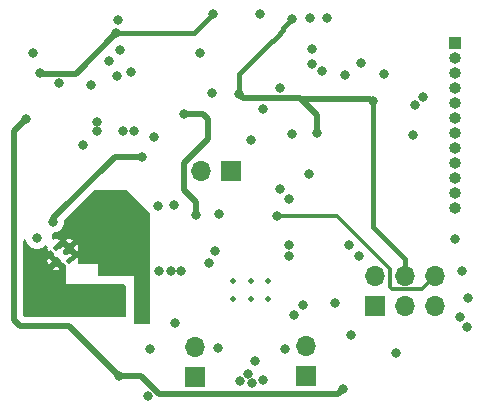
<source format=gbr>
%TF.GenerationSoftware,KiCad,Pcbnew,(6.0.0)*%
%TF.CreationDate,2022-01-21T19:42:06+01:00*%
%TF.ProjectId,DotBot,446f7442-6f74-42e6-9b69-6361645f7063,rev?*%
%TF.SameCoordinates,Original*%
%TF.FileFunction,Copper,L3,Inr*%
%TF.FilePolarity,Positive*%
%FSLAX46Y46*%
G04 Gerber Fmt 4.6, Leading zero omitted, Abs format (unit mm)*
G04 Created by KiCad (PCBNEW (6.0.0)) date 2022-01-21 19:42:06*
%MOMM*%
%LPD*%
G01*
G04 APERTURE LIST*
%TA.AperFunction,ComponentPad*%
%ADD10R,1.700000X1.700000*%
%TD*%
%TA.AperFunction,ComponentPad*%
%ADD11O,1.700000X1.700000*%
%TD*%
%TA.AperFunction,ComponentPad*%
%ADD12R,1.000000X1.000000*%
%TD*%
%TA.AperFunction,ComponentPad*%
%ADD13O,1.000000X1.000000*%
%TD*%
%TA.AperFunction,ComponentPad*%
%ADD14C,0.500000*%
%TD*%
%TA.AperFunction,ViaPad*%
%ADD15C,0.800000*%
%TD*%
%TA.AperFunction,Conductor*%
%ADD16C,0.500000*%
%TD*%
%TA.AperFunction,Conductor*%
%ADD17C,0.400000*%
%TD*%
%TA.AperFunction,Conductor*%
%ADD18C,0.300000*%
%TD*%
G04 APERTURE END LIST*
D10*
%TO.N,Net-(C15-Pad1)*%
%TO.C,J1*%
X90750000Y-79350000D03*
D11*
%TO.N,Net-(C15-Pad2)*%
X90750000Y-76810000D03*
%TD*%
D10*
%TO.N,Net-(C16-Pad1)*%
%TO.C,J2*%
X100200000Y-79300000D03*
D11*
%TO.N,Net-(C16-Pad2)*%
X100200000Y-76760000D03*
%TD*%
D10*
%TO.N,GND*%
%TO.C,J4*%
X93812000Y-61926000D03*
D11*
%TO.N,Net-(J4-Pad2)*%
X91272000Y-61926000D03*
%TD*%
D12*
%TO.N,P0_30*%
%TO.C,J5*%
X112800000Y-51100000D03*
D13*
%TO.N,P0_29*%
X112800000Y-52370000D03*
%TO.N,P0_20*%
X112800000Y-53640000D03*
%TO.N,P0_05*%
X112800000Y-54910000D03*
%TO.N,P0_03*%
X112800000Y-56180000D03*
%TO.N,P0_04*%
X112800000Y-57450000D03*
%TO.N,P0_17*%
X112800000Y-58720000D03*
%TO.N,P0_15*%
X112800000Y-59990000D03*
%TO.N,P0_11*%
X112800000Y-61260000D03*
%TO.N,P0_02*%
X112800000Y-62530000D03*
%TO.N,P0_28*%
X112800000Y-63800000D03*
%TO.N,P1_09*%
X112800000Y-65070000D03*
%TD*%
D10*
%TO.N,P0_31*%
%TO.C,J6*%
X106000000Y-73300000D03*
D11*
%TO.N,P0_10*%
X106000000Y-70760000D03*
%TO.N,P0_09*%
X108540000Y-73300000D03*
%TO.N,VDD*%
X108540000Y-70760000D03*
%TO.N,GND*%
X111080000Y-73300000D03*
%TO.N,+6V*%
X111080000Y-70760000D03*
%TD*%
D14*
%TO.N,GND*%
%TO.C,U3*%
X94000000Y-71250000D03*
X97000000Y-72750000D03*
X95500000Y-72750000D03*
X95500000Y-71250000D03*
X94000000Y-72750000D03*
X97000000Y-71250000D03*
%TD*%
%TO.N,GND*%
%TO.C,U8*%
X79050000Y-68450000D03*
X80150000Y-69550000D03*
X80150000Y-68450000D03*
X79050000Y-69550000D03*
%TD*%
D15*
%TO.N,GND*%
X101500000Y-53450000D03*
X100450000Y-62175000D03*
X97974979Y-54850000D03*
X100700000Y-52850000D03*
X85100000Y-67600000D03*
X87750000Y-70350000D03*
X82500000Y-57800000D03*
X92200000Y-55300000D03*
X102600000Y-73100000D03*
X87637500Y-64912500D03*
X95650000Y-79875000D03*
X85650000Y-58550000D03*
X85900000Y-66950000D03*
X87300000Y-59000000D03*
X95299986Y-79099986D03*
X96575000Y-79625000D03*
X84234315Y-49150000D03*
X89000000Y-64750000D03*
X104000000Y-75800000D03*
X89600000Y-70350000D03*
X96300000Y-48649500D03*
X81950000Y-54650000D03*
X84700000Y-58500000D03*
X81900000Y-66000000D03*
X95825000Y-77975000D03*
X92799994Y-65550006D03*
X87000000Y-77000000D03*
X82450000Y-58550000D03*
X94625000Y-79675000D03*
X77034315Y-51900000D03*
X88750000Y-70350000D03*
X91200000Y-51900000D03*
X95500000Y-59300000D03*
X79300000Y-54449500D03*
X85400000Y-53500000D03*
X81100000Y-65600000D03*
%TO.N,+3V3*%
X84134315Y-50250000D03*
X77700000Y-53600000D03*
X92276923Y-48649500D03*
X84362357Y-79250010D03*
X76500000Y-57500000D03*
X103300000Y-80350000D03*
%TO.N,+6V*%
X90850000Y-65599982D03*
X89846075Y-57101795D03*
X97700000Y-65700000D03*
%TO.N,VDD*%
X99000000Y-49050000D03*
X101100000Y-58650000D03*
X105825000Y-56000000D03*
X94525728Y-55425728D03*
%TO.N,P0_30*%
X102000000Y-48950000D03*
X84400000Y-51700000D03*
%TO.N,P0_29*%
X100500000Y-48950000D03*
X83500000Y-52600000D03*
%TO.N,P0_02*%
X98011833Y-63469958D03*
X92000000Y-69700000D03*
%TO.N,P0_05*%
X103500000Y-53750000D03*
X99925000Y-73275000D03*
X98375000Y-76950000D03*
%TO.N,P0_04*%
X99000000Y-58750000D03*
X99200000Y-74100000D03*
X92700000Y-76875000D03*
%TO.N,P0_03*%
X96500000Y-56700000D03*
%TO.N,P0_17*%
X104874537Y-52770132D03*
X107800000Y-77300000D03*
X109400000Y-56350000D03*
X86800000Y-81000000D03*
X109200000Y-58850000D03*
%TO.N,P0_15*%
X106813516Y-53675904D03*
X110100000Y-55650000D03*
%TO.N,P0_10*%
X113900000Y-72700000D03*
%TO.N,P1_09*%
X98700000Y-68175000D03*
X112800000Y-67649996D03*
X103800000Y-68174998D03*
%TO.N,P0_11*%
X98750000Y-69125000D03*
X104700000Y-69125002D03*
X113350000Y-70350000D03*
%TO.N,P0_31*%
X113850000Y-75150000D03*
%TO.N,P0_28*%
X98700000Y-64249994D03*
X92497198Y-68712107D03*
%TO.N,P0_20*%
X100700000Y-51550000D03*
X81300000Y-59700000D03*
X77400000Y-67600000D03*
X89050000Y-74800000D03*
X84200000Y-53900000D03*
%TO.N,P0_09*%
X113250000Y-74250000D03*
%TO.N,/+3.8v*%
X86300000Y-60700000D03*
X78800000Y-66200000D03*
%TD*%
D16*
%TO.N,+3V3*%
X80112347Y-75000000D02*
X84362357Y-79250010D01*
X80684315Y-53700000D02*
X84134315Y-50250000D01*
D17*
X90726423Y-50200000D02*
X92276923Y-48649500D01*
X84184315Y-50200000D02*
X90726423Y-50200000D01*
D16*
X102900001Y-80749999D02*
X103300000Y-80350000D01*
D17*
X84134315Y-50250000D02*
X84184315Y-50200000D01*
D16*
X76500000Y-57500000D02*
X75500000Y-58500000D01*
X86215695Y-79250010D02*
X87715684Y-80749999D01*
X77700000Y-53600000D02*
X77800000Y-53700000D01*
X77800000Y-53700000D02*
X80684315Y-53700000D01*
X75500000Y-58500000D02*
X75500000Y-74500000D01*
X84362357Y-79250010D02*
X86215695Y-79250010D01*
X75500000Y-74500000D02*
X76000000Y-75000000D01*
X87715684Y-80749999D02*
X102900001Y-80749999D01*
X76000000Y-75000000D02*
X80112347Y-75000000D01*
%TO.N,+6V*%
X89850000Y-63550000D02*
X89850000Y-61250000D01*
D18*
X107300000Y-70200000D02*
X107300000Y-71700000D01*
X107300000Y-71700000D02*
X107459511Y-71859511D01*
X109980489Y-71859511D02*
X111080000Y-70760000D01*
X97700000Y-65700000D02*
X102800000Y-65700000D01*
D16*
X89850000Y-61250000D02*
X91900000Y-59200000D01*
X90850000Y-65599982D02*
X90850000Y-64550000D01*
D18*
X102800000Y-65700000D02*
X107300000Y-70200000D01*
D16*
X91900000Y-59200000D02*
X91900000Y-57500000D01*
X91900000Y-57500000D02*
X91501795Y-57101795D01*
D18*
X107459511Y-71859511D02*
X109980489Y-71859511D01*
D16*
X91501795Y-57101795D02*
X89846075Y-57101795D01*
X90850000Y-64550000D02*
X89850000Y-63550000D01*
%TO.N,VDD*%
X99725728Y-55775728D02*
X105600728Y-55775728D01*
X101100000Y-57150000D02*
X101100000Y-58650000D01*
X99725728Y-55775728D02*
X101100000Y-57150000D01*
X105600728Y-55775728D02*
X105825000Y-56000000D01*
X99700000Y-55750000D02*
X99675728Y-55725728D01*
D17*
X98250000Y-50000000D02*
X97700000Y-50550000D01*
D16*
X94825728Y-55725728D02*
X94525728Y-55425728D01*
D17*
X108540000Y-70760000D02*
X108540000Y-69340000D01*
X105820000Y-65870000D02*
X105820000Y-56005000D01*
D16*
X99675728Y-55725728D02*
X94825728Y-55725728D01*
D17*
X108540000Y-69340000D02*
X105820000Y-66620000D01*
X98250000Y-49800000D02*
X98250000Y-50000000D01*
X99000000Y-49050000D02*
X98250000Y-49800000D01*
X94525728Y-53725728D02*
X94525728Y-55425728D01*
X97700000Y-50550000D02*
X97000000Y-51250000D01*
X105820000Y-66620000D02*
X105820000Y-65890000D01*
X105825000Y-65875000D02*
X105820000Y-65870000D01*
X105820000Y-56005000D02*
X105825000Y-56000000D01*
X97000000Y-51251456D02*
X94525728Y-53725728D01*
D16*
X94575728Y-55475728D02*
X94525728Y-55425728D01*
%TO.N,/+3.8v*%
X86300000Y-60700000D02*
X84000000Y-60700000D01*
X84000000Y-60700000D02*
X78800000Y-65900000D01*
X78800000Y-65900000D02*
X78800000Y-66200000D01*
%TD*%
%TA.AperFunction,Conductor*%
%TO.N,GND*%
G36*
X85015931Y-63520002D02*
G01*
X85036905Y-63536905D01*
X86963095Y-65463095D01*
X86997121Y-65525407D01*
X87000000Y-65552190D01*
X87000000Y-74774000D01*
X86979998Y-74842121D01*
X86926342Y-74888614D01*
X86874000Y-74900000D01*
X85726000Y-74900000D01*
X85657879Y-74879998D01*
X85611386Y-74826342D01*
X85600000Y-74774000D01*
X85600000Y-70800000D01*
X82726000Y-70800000D01*
X82657879Y-70779998D01*
X82611386Y-70726342D01*
X82600000Y-70674000D01*
X82600000Y-69800000D01*
X81025303Y-69800000D01*
X80957182Y-69779998D01*
X80910689Y-69726342D01*
X80900529Y-69656463D01*
X80911948Y-69575219D01*
X80912554Y-69567338D01*
X80912741Y-69553962D01*
X80912354Y-69546062D01*
X80894625Y-69388003D01*
X80891523Y-69374350D01*
X80840700Y-69228407D01*
X80835141Y-69223467D01*
X80826086Y-69227466D01*
X80515871Y-69537681D01*
X80453559Y-69571707D01*
X80382744Y-69566642D01*
X80337681Y-69537681D01*
X80162319Y-69362319D01*
X80128293Y-69300007D01*
X80133358Y-69229192D01*
X80162318Y-69184129D01*
X80333636Y-69012810D01*
X80341249Y-68998868D01*
X80341118Y-68997035D01*
X80336867Y-68990420D01*
X80162812Y-68816365D01*
X80148868Y-68808751D01*
X80147035Y-68808882D01*
X80140423Y-68813131D01*
X79965873Y-68987682D01*
X79903561Y-69021707D01*
X79832745Y-69016643D01*
X79787682Y-68987682D01*
X79612319Y-68812319D01*
X79578293Y-68750007D01*
X79583358Y-68679192D01*
X79612318Y-68634129D01*
X79783636Y-68462810D01*
X79790013Y-68451132D01*
X80508751Y-68451132D01*
X80508882Y-68452965D01*
X80513133Y-68459580D01*
X80822178Y-68768625D01*
X80834558Y-68775385D01*
X80838374Y-68772528D01*
X80886331Y-68646283D01*
X80889811Y-68632727D01*
X80911948Y-68475221D01*
X80912554Y-68467338D01*
X80912741Y-68453962D01*
X80912354Y-68446062D01*
X80894625Y-68288003D01*
X80891523Y-68274350D01*
X80840700Y-68128407D01*
X80835141Y-68123467D01*
X80826088Y-68127465D01*
X80516365Y-68437188D01*
X80508751Y-68451132D01*
X79790013Y-68451132D01*
X79791249Y-68448868D01*
X79791118Y-68447035D01*
X79786867Y-68440420D01*
X79612812Y-68266365D01*
X79598868Y-68258751D01*
X79597035Y-68258882D01*
X79590423Y-68263131D01*
X79415873Y-68437682D01*
X79353561Y-68471707D01*
X79282745Y-68466643D01*
X79237682Y-68437682D01*
X79062319Y-68262319D01*
X79028293Y-68200007D01*
X79033358Y-68129192D01*
X79062319Y-68084129D01*
X79369848Y-67776600D01*
X79376017Y-67765302D01*
X79823860Y-67765302D01*
X79827684Y-67774131D01*
X80137188Y-68083635D01*
X80151132Y-68091249D01*
X80152965Y-68091118D01*
X80159580Y-68086867D01*
X80469847Y-67776600D01*
X80476607Y-67764220D01*
X80474022Y-67760766D01*
X80473722Y-67760606D01*
X80330820Y-67709720D01*
X80317195Y-67706524D01*
X80162318Y-67688057D01*
X80148321Y-67687959D01*
X79993207Y-67704262D01*
X79979533Y-67707268D01*
X79831884Y-67757532D01*
X79830113Y-67758366D01*
X79823860Y-67765302D01*
X79376017Y-67765302D01*
X79376607Y-67764221D01*
X79374020Y-67760765D01*
X79373726Y-67760607D01*
X79230820Y-67709720D01*
X79217195Y-67706524D01*
X79062318Y-67688057D01*
X79048321Y-67687959D01*
X78893207Y-67704262D01*
X78879529Y-67707269D01*
X78866607Y-67711668D01*
X78795675Y-67714687D01*
X78734370Y-67678878D01*
X78702158Y-67615610D01*
X78700000Y-67592391D01*
X78700000Y-67234500D01*
X78720002Y-67166379D01*
X78773658Y-67119886D01*
X78826000Y-67108500D01*
X78895487Y-67108500D01*
X78901939Y-67107128D01*
X78901944Y-67107128D01*
X78988887Y-67088647D01*
X79082288Y-67068794D01*
X79095176Y-67063056D01*
X79250722Y-66993803D01*
X79250724Y-66993802D01*
X79256752Y-66991118D01*
X79411253Y-66878866D01*
X79475928Y-66807037D01*
X79534621Y-66741852D01*
X79534622Y-66741851D01*
X79539040Y-66736944D01*
X79634527Y-66571556D01*
X79693542Y-66389928D01*
X79713504Y-66200000D01*
X79706393Y-66132338D01*
X79719166Y-66062499D01*
X79742608Y-66030073D01*
X82235776Y-63536905D01*
X82298088Y-63502879D01*
X82324871Y-63500000D01*
X84947810Y-63500000D01*
X85015931Y-63520002D01*
G37*
%TD.AperFunction*%
%TA.AperFunction,Conductor*%
G36*
X76467012Y-67723643D02*
G01*
X76505396Y-67783369D01*
X76506034Y-67785894D01*
X76506458Y-67789928D01*
X76565473Y-67971556D01*
X76660960Y-68136944D01*
X76665378Y-68141851D01*
X76665379Y-68141852D01*
X76773848Y-68262319D01*
X76788747Y-68278866D01*
X76943248Y-68391118D01*
X76949276Y-68393802D01*
X76949278Y-68393803D01*
X77111681Y-68466109D01*
X77117712Y-68468794D01*
X77211112Y-68488647D01*
X77298056Y-68507128D01*
X77298061Y-68507128D01*
X77304513Y-68508500D01*
X77495487Y-68508500D01*
X77501939Y-68507128D01*
X77501944Y-68507128D01*
X77588888Y-68488647D01*
X77682288Y-68468794D01*
X77688319Y-68466109D01*
X77850722Y-68393803D01*
X77850724Y-68393802D01*
X77856752Y-68391118D01*
X78011253Y-68278866D01*
X78049203Y-68236718D01*
X78109650Y-68199479D01*
X78180634Y-68200831D01*
X78231934Y-68231934D01*
X78260687Y-68260687D01*
X78294713Y-68322999D01*
X78296598Y-68365574D01*
X78288162Y-68432355D01*
X78287966Y-68446362D01*
X78303186Y-68601585D01*
X78306097Y-68615280D01*
X78355327Y-68763270D01*
X78357729Y-68768468D01*
X78365717Y-68775772D01*
X78374340Y-68772108D01*
X78484129Y-68662319D01*
X78546441Y-68628293D01*
X78617256Y-68633358D01*
X78662319Y-68662319D01*
X78842341Y-68842341D01*
X78876367Y-68904653D01*
X78871302Y-68975468D01*
X78863834Y-68991820D01*
X78858751Y-69001130D01*
X78858882Y-69002966D01*
X78863133Y-69009580D01*
X79037188Y-69183635D01*
X79051132Y-69191249D01*
X79055032Y-69190970D01*
X79119769Y-69171961D01*
X79187890Y-69191962D01*
X79208866Y-69208866D01*
X79392341Y-69392341D01*
X79426367Y-69454653D01*
X79421302Y-69525468D01*
X79413834Y-69541820D01*
X79408751Y-69551130D01*
X79408882Y-69552966D01*
X79413133Y-69559580D01*
X79587188Y-69733635D01*
X79601132Y-69741249D01*
X79605032Y-69740970D01*
X79669769Y-69721961D01*
X79737890Y-69741962D01*
X79758866Y-69758866D01*
X79863095Y-69863095D01*
X79897121Y-69925407D01*
X79900000Y-69952190D01*
X79900000Y-70101363D01*
X79879998Y-70169484D01*
X79863095Y-70190458D01*
X79830999Y-70222554D01*
X79824239Y-70234934D01*
X79827101Y-70238758D01*
X79834333Y-70242702D01*
X79884559Y-70292881D01*
X79900000Y-70353318D01*
X79900000Y-71500000D01*
X84774000Y-71500000D01*
X84842121Y-71520002D01*
X84888614Y-71573658D01*
X84900000Y-71626000D01*
X84900000Y-74174000D01*
X84879998Y-74242121D01*
X84826342Y-74288614D01*
X84774000Y-74300000D01*
X80439728Y-74300000D01*
X80392470Y-74288632D01*
X80391919Y-74290112D01*
X80385061Y-74287561D01*
X80378539Y-74284231D01*
X80371428Y-74282491D01*
X80365784Y-74280392D01*
X80360026Y-74278477D01*
X80353397Y-74275378D01*
X80281930Y-74260513D01*
X80277646Y-74259543D01*
X80206737Y-74242192D01*
X80201135Y-74241844D01*
X80201132Y-74241844D01*
X80195583Y-74241500D01*
X80195585Y-74241464D01*
X80191592Y-74241225D01*
X80187400Y-74240851D01*
X80180232Y-74239360D01*
X80114022Y-74241151D01*
X80102826Y-74241454D01*
X80099419Y-74241500D01*
X76384500Y-74241500D01*
X76316379Y-74221498D01*
X76269886Y-74167842D01*
X76258500Y-74115500D01*
X76258500Y-70234934D01*
X78724239Y-70234934D01*
X78727022Y-70238652D01*
X78858857Y-70287681D01*
X78872448Y-70291070D01*
X79027044Y-70311697D01*
X79041040Y-70311991D01*
X79196360Y-70297855D01*
X79210085Y-70295038D01*
X79358415Y-70246843D01*
X79367055Y-70242924D01*
X79375430Y-70233891D01*
X79371925Y-70225478D01*
X79062812Y-69916365D01*
X79048868Y-69908751D01*
X79047035Y-69908882D01*
X79040420Y-69913133D01*
X78730999Y-70222554D01*
X78724239Y-70234934D01*
X76258500Y-70234934D01*
X76258500Y-69546362D01*
X78287966Y-69546362D01*
X78303186Y-69701585D01*
X78306097Y-69715280D01*
X78355327Y-69863270D01*
X78357729Y-69868468D01*
X78365717Y-69875772D01*
X78374338Y-69872109D01*
X78683635Y-69562812D01*
X78691249Y-69548868D01*
X78691118Y-69547035D01*
X78686867Y-69540420D01*
X78377039Y-69230592D01*
X78364659Y-69223832D01*
X78361037Y-69226543D01*
X78311001Y-69364016D01*
X78307709Y-69377625D01*
X78288162Y-69532356D01*
X78287966Y-69546362D01*
X76258500Y-69546362D01*
X76258500Y-67818867D01*
X76278502Y-67750746D01*
X76332158Y-67704253D01*
X76402432Y-67694149D01*
X76467012Y-67723643D01*
G37*
%TD.AperFunction*%
%TD*%
M02*

</source>
